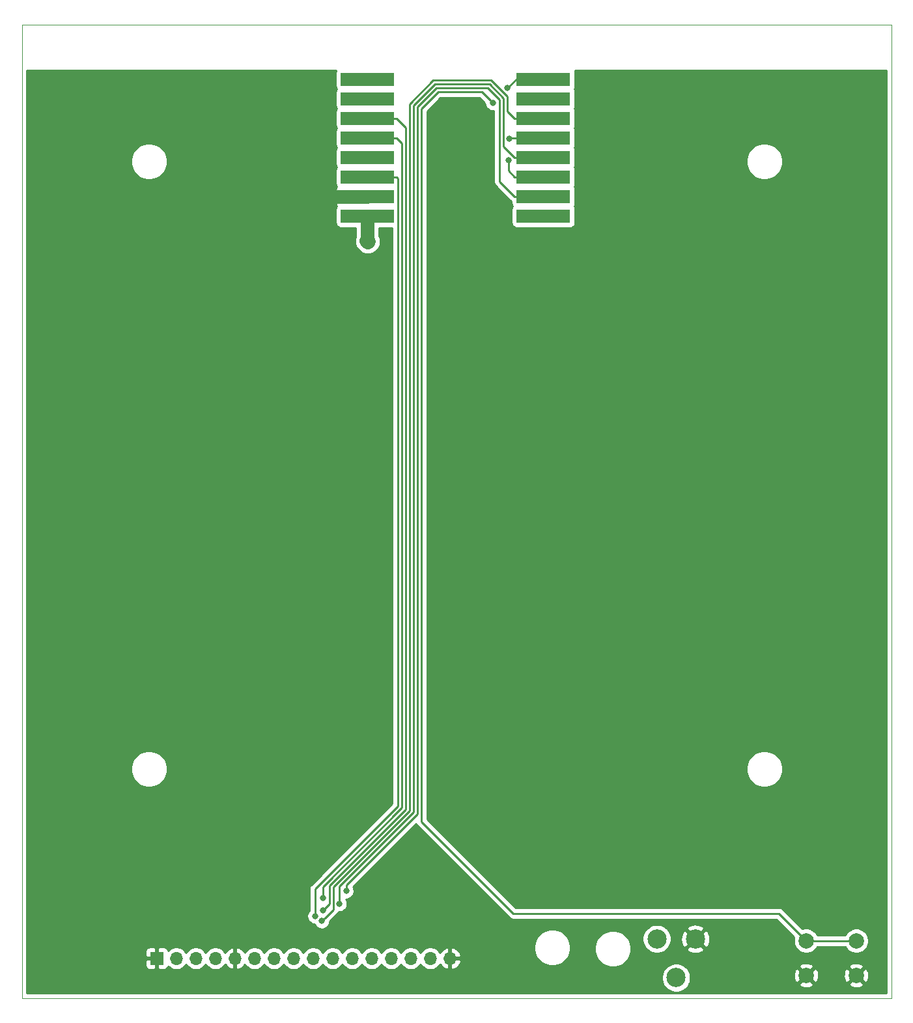
<source format=gbr>
G04 #@! TF.GenerationSoftware,KiCad,Pcbnew,(5.1.5)-3*
G04 #@! TF.CreationDate,2020-03-22T16:58:52-07:00*
G04 #@! TF.ProjectId,ESP-BuildStatus-Light-Board,4553502d-4275-4696-9c64-537461747573,rev?*
G04 #@! TF.SameCoordinates,Original*
G04 #@! TF.FileFunction,Copper,L2,Bot*
G04 #@! TF.FilePolarity,Positive*
%FSLAX46Y46*%
G04 Gerber Fmt 4.6, Leading zero omitted, Abs format (unit mm)*
G04 Created by KiCad (PCBNEW (5.1.5)-3) date 2020-03-22 16:58:52*
%MOMM*%
%LPD*%
G04 APERTURE LIST*
%ADD10C,0.050000*%
%ADD11R,7.000000X1.800000*%
%ADD12O,1.700000X1.700000*%
%ADD13R,1.700000X1.700000*%
%ADD14C,2.500000*%
%ADD15C,2.000000*%
%ADD16C,1.778000*%
%ADD17C,0.800000*%
%ADD18C,1.778000*%
%ADD19C,2.000000*%
%ADD20C,0.250000*%
%ADD21C,0.254000*%
G04 APERTURE END LIST*
D10*
X130429000Y-144907000D02*
X130429000Y-18288000D01*
X243459000Y-144907000D02*
X130429000Y-144907000D01*
X243459000Y-18288000D02*
X243459000Y-144907000D01*
X130429000Y-18288000D02*
X243459000Y-18288000D01*
D11*
X198220000Y-25381000D03*
X198220000Y-27921000D03*
X198220000Y-30461000D03*
X198220000Y-33001000D03*
X198220000Y-35541000D03*
X198220000Y-38081000D03*
X198220000Y-40621000D03*
X198220000Y-43161000D03*
X175360000Y-43161000D03*
X175360000Y-40621000D03*
X175360000Y-38081000D03*
X175360000Y-35541000D03*
X175360000Y-33001000D03*
X175360000Y-30461000D03*
X175360000Y-27921000D03*
X175360000Y-25381000D03*
D12*
X186055000Y-139700000D03*
X183515000Y-139700000D03*
X180975000Y-139700000D03*
X178435000Y-139700000D03*
X175895000Y-139700000D03*
X173355000Y-139700000D03*
X170815000Y-139700000D03*
X168275000Y-139700000D03*
X165735000Y-139700000D03*
X163195000Y-139700000D03*
X160655000Y-139700000D03*
X158115000Y-139700000D03*
X155575000Y-139700000D03*
X153035000Y-139700000D03*
X150495000Y-139700000D03*
D13*
X147955000Y-139700000D03*
D14*
X212979000Y-137160000D03*
X217979000Y-137160000D03*
X215479000Y-142200000D03*
D15*
X238887000Y-141914000D03*
X238887000Y-137414000D03*
X232387000Y-141914000D03*
X232387000Y-137414000D03*
D16*
X186309000Y-50038000D03*
X175387000Y-50038000D03*
D17*
X154430000Y-27305000D03*
X170430000Y-27305000D03*
X218430000Y-27305000D03*
X234430000Y-27305000D03*
X154430000Y-43305000D03*
X170430000Y-43305000D03*
X186430000Y-43305000D03*
X202692000Y-43305000D03*
X218430000Y-43305000D03*
X234430000Y-43305000D03*
X154430000Y-59305000D03*
X170430000Y-59305000D03*
X186430000Y-59305000D03*
X202430000Y-59305000D03*
X218430000Y-59305000D03*
X234430000Y-59305000D03*
X154430000Y-75305000D03*
X186430000Y-75305000D03*
X218430000Y-75305000D03*
X234430000Y-75305000D03*
X154430000Y-91305000D03*
X170430000Y-91305000D03*
X186430000Y-91305000D03*
X202430000Y-91305000D03*
X218430000Y-91305000D03*
X234430000Y-91305000D03*
X154430000Y-107305000D03*
X170430000Y-107305000D03*
X186430000Y-107305000D03*
X202430000Y-107305000D03*
X218430000Y-107305000D03*
X234430000Y-107305000D03*
X154430000Y-123305000D03*
X170561000Y-123305000D03*
X186430000Y-123305000D03*
X202430000Y-123305000D03*
X218430000Y-123305000D03*
X234430000Y-123305000D03*
X134620000Y-27305000D03*
X134747000Y-43307000D03*
X134620000Y-59309000D03*
X134620000Y-75311000D03*
X134620000Y-91313000D03*
X134620000Y-107442000D03*
X134747000Y-123317000D03*
X165100000Y-128270000D03*
X165100000Y-129540000D03*
X157480004Y-133731000D03*
X166243000Y-75311000D03*
X202311000Y-75350000D03*
X202946006Y-27305000D03*
X186690000Y-28702000D03*
X168401998Y-135763000D03*
D16*
X175387000Y-46482000D03*
D17*
X193548000Y-26543000D03*
X191643000Y-28448010D03*
X193815021Y-33121247D03*
X169545012Y-133477000D03*
X169545000Y-131808994D03*
X168529000Y-134204988D03*
X172593000Y-130937000D03*
X171703999Y-132588000D03*
X169416271Y-134835990D03*
X193675000Y-35941000D03*
D18*
X175360000Y-40621000D02*
X169183000Y-40621000D01*
D19*
X175360000Y-46455000D02*
X175387000Y-46482000D01*
D18*
X175360000Y-43161000D02*
X175360000Y-46455000D01*
D20*
X194710000Y-25381000D02*
X198220000Y-25381000D01*
X193548000Y-26543000D02*
X194710000Y-25381000D01*
X194310000Y-133858000D02*
X228831000Y-133858000D01*
X190245990Y-27051000D02*
X184531000Y-27051000D01*
X228831000Y-133858000D02*
X232387000Y-137414000D01*
X182372000Y-121920000D02*
X194310000Y-133858000D01*
X191643000Y-28448010D02*
X190245990Y-27051000D01*
X184531000Y-27051000D02*
X182372000Y-29210000D01*
X182372000Y-29210000D02*
X182372000Y-121920000D01*
X232387000Y-137414000D02*
X238887000Y-137414000D01*
X198220000Y-33001000D02*
X193935268Y-33001000D01*
X193935268Y-33001000D02*
X193815021Y-33121247D01*
X180340000Y-54081336D02*
X180340000Y-54102000D01*
X180340000Y-31691000D02*
X180340000Y-54081336D01*
X179110000Y-30461000D02*
X180340000Y-31691000D01*
X175360000Y-30461000D02*
X179110000Y-30461000D01*
X180340000Y-120289666D02*
X170420987Y-130208679D01*
X170420987Y-130208679D02*
X170420987Y-132601025D01*
X170420987Y-132601025D02*
X169945011Y-133077001D01*
X169945011Y-133077001D02*
X169545012Y-133477000D01*
X180340000Y-54081336D02*
X180340000Y-120289666D01*
X179832000Y-33723000D02*
X179832000Y-120084888D01*
X169545000Y-130371888D02*
X169545000Y-131243309D01*
X179832000Y-120084888D02*
X169545000Y-130371888D01*
X179110000Y-33001000D02*
X179832000Y-33723000D01*
X175360000Y-33001000D02*
X179110000Y-33001000D01*
X169545000Y-131243309D02*
X169545000Y-131808994D01*
X175360000Y-38081000D02*
X179110000Y-38081000D01*
X179110000Y-38081000D02*
X179327989Y-38298989D01*
X168529000Y-133639303D02*
X168529000Y-134204988D01*
X168529000Y-130675110D02*
X168529000Y-133639303D01*
X179327989Y-119876121D02*
X168529000Y-130675110D01*
X179327989Y-38298989D02*
X179327989Y-119876121D01*
X181864000Y-120904000D02*
X172593000Y-130175000D01*
X181864000Y-29005222D02*
X181864000Y-120904000D01*
X184326222Y-26543000D02*
X181864000Y-29005222D01*
X194470000Y-40621000D02*
X192532000Y-38683000D01*
X172593000Y-130537001D02*
X172593000Y-130937000D01*
X192532000Y-38683000D02*
X192532000Y-28067000D01*
X198220000Y-40621000D02*
X194470000Y-40621000D01*
X192532000Y-28067000D02*
X191008000Y-26543000D01*
X172593000Y-130175000D02*
X172593000Y-130537001D01*
X191008000Y-26543000D02*
X184326222Y-26543000D01*
X198220000Y-35541000D02*
X197858000Y-35179000D01*
X194470000Y-35541000D02*
X193036011Y-34107011D01*
X171703999Y-132022315D02*
X171703999Y-132588000D01*
X171703999Y-130351223D02*
X171703999Y-132022315D01*
X181356000Y-120699222D02*
X171703999Y-130351223D01*
X181356000Y-28800443D02*
X181356000Y-120699222D01*
X184117454Y-26038989D02*
X181356000Y-28800443D01*
X193036011Y-34107011D02*
X193036011Y-27858232D01*
X198220000Y-35541000D02*
X194470000Y-35541000D01*
X193036011Y-27858232D02*
X191216768Y-26038989D01*
X191216768Y-26038989D02*
X184117454Y-26038989D01*
X170924998Y-133327263D02*
X169816270Y-134435991D01*
X169816270Y-134435991D02*
X169416271Y-134835990D01*
X191425536Y-25534978D02*
X183908685Y-25534978D01*
X193540022Y-27649464D02*
X191425536Y-25534978D01*
X194470000Y-30461000D02*
X193540022Y-29531022D01*
X183908685Y-25534978D02*
X180847999Y-28595664D01*
X180847999Y-120494445D02*
X170924998Y-130417446D01*
X170924998Y-130417446D02*
X170924998Y-133327263D01*
X193540022Y-29531022D02*
X193540022Y-27649464D01*
X180847999Y-28595664D02*
X180847999Y-120494445D01*
X198220000Y-30461000D02*
X194470000Y-30461000D01*
X198220000Y-38081000D02*
X194470000Y-38081000D01*
X193675000Y-37286000D02*
X193675000Y-35941000D01*
X194470000Y-38081000D02*
X193675000Y-37286000D01*
D21*
G36*
X171234188Y-24356518D02*
G01*
X171221928Y-24481000D01*
X171221928Y-26281000D01*
X171234188Y-26405482D01*
X171270498Y-26525180D01*
X171329463Y-26635494D01*
X171342188Y-26651000D01*
X171329463Y-26666506D01*
X171270498Y-26776820D01*
X171234188Y-26896518D01*
X171221928Y-27021000D01*
X171221928Y-28821000D01*
X171234188Y-28945482D01*
X171270498Y-29065180D01*
X171329463Y-29175494D01*
X171342188Y-29191000D01*
X171329463Y-29206506D01*
X171270498Y-29316820D01*
X171234188Y-29436518D01*
X171221928Y-29561000D01*
X171221928Y-31361000D01*
X171234188Y-31485482D01*
X171270498Y-31605180D01*
X171329463Y-31715494D01*
X171342188Y-31731000D01*
X171329463Y-31746506D01*
X171270498Y-31856820D01*
X171234188Y-31976518D01*
X171221928Y-32101000D01*
X171221928Y-33901000D01*
X171234188Y-34025482D01*
X171270498Y-34145180D01*
X171329463Y-34255494D01*
X171342188Y-34271000D01*
X171329463Y-34286506D01*
X171270498Y-34396820D01*
X171234188Y-34516518D01*
X171221928Y-34641000D01*
X171221928Y-36441000D01*
X171234188Y-36565482D01*
X171270498Y-36685180D01*
X171329463Y-36795494D01*
X171342188Y-36811000D01*
X171329463Y-36826506D01*
X171270498Y-36936820D01*
X171234188Y-37056518D01*
X171221928Y-37181000D01*
X171221928Y-38981000D01*
X171234188Y-39105482D01*
X171270498Y-39225180D01*
X171329463Y-39335494D01*
X171342188Y-39351000D01*
X171329463Y-39366506D01*
X171270498Y-39476820D01*
X171234188Y-39596518D01*
X171221928Y-39721000D01*
X171225000Y-40335250D01*
X171383750Y-40494000D01*
X175233000Y-40494000D01*
X175233000Y-40474000D01*
X175487000Y-40474000D01*
X175487000Y-40494000D01*
X175507000Y-40494000D01*
X175507000Y-40748000D01*
X175487000Y-40748000D01*
X175487000Y-40768000D01*
X175233000Y-40768000D01*
X175233000Y-40748000D01*
X171383750Y-40748000D01*
X171225000Y-40906750D01*
X171221928Y-41521000D01*
X171234188Y-41645482D01*
X171270498Y-41765180D01*
X171329463Y-41875494D01*
X171342188Y-41891000D01*
X171329463Y-41906506D01*
X171270498Y-42016820D01*
X171234188Y-42136518D01*
X171221928Y-42261000D01*
X171221928Y-44061000D01*
X171234188Y-44185482D01*
X171270498Y-44305180D01*
X171329463Y-44415494D01*
X171408815Y-44512185D01*
X171505506Y-44591537D01*
X171615820Y-44650502D01*
X171735518Y-44686812D01*
X171860000Y-44699072D01*
X173836000Y-44699072D01*
X173836001Y-45846551D01*
X173748658Y-46134484D01*
X173717089Y-46455000D01*
X173748658Y-46775516D01*
X173842148Y-47083714D01*
X173993970Y-47367752D01*
X174147085Y-47554323D01*
X174287677Y-47694915D01*
X174474248Y-47848030D01*
X174758286Y-47999852D01*
X175066484Y-48093343D01*
X175387000Y-48124911D01*
X175707516Y-48093343D01*
X176015714Y-47999852D01*
X176299752Y-47848030D01*
X176548713Y-47643713D01*
X176753030Y-47394752D01*
X176904852Y-47110714D01*
X176998343Y-46802516D01*
X177029911Y-46482000D01*
X176998343Y-46161484D01*
X176904852Y-45853286D01*
X176884000Y-45814275D01*
X176884000Y-44699072D01*
X178567989Y-44699072D01*
X178567990Y-119561318D01*
X168018003Y-130111306D01*
X167988999Y-130135109D01*
X167959260Y-130171347D01*
X167894026Y-130250834D01*
X167840367Y-130351223D01*
X167823454Y-130382864D01*
X167779997Y-130526125D01*
X167769000Y-130637778D01*
X167769000Y-130637788D01*
X167765324Y-130675110D01*
X167769000Y-130712433D01*
X167769001Y-133501276D01*
X167725063Y-133545214D01*
X167611795Y-133714732D01*
X167533774Y-133903090D01*
X167494000Y-134103049D01*
X167494000Y-134306927D01*
X167533774Y-134506886D01*
X167611795Y-134695244D01*
X167725063Y-134864762D01*
X167869226Y-135008925D01*
X168038744Y-135122193D01*
X168227102Y-135200214D01*
X168427061Y-135239988D01*
X168463337Y-135239988D01*
X168499066Y-135326246D01*
X168612334Y-135495764D01*
X168756497Y-135639927D01*
X168926015Y-135753195D01*
X169114373Y-135831216D01*
X169314332Y-135870990D01*
X169518210Y-135870990D01*
X169718169Y-135831216D01*
X169906527Y-135753195D01*
X170076045Y-135639927D01*
X170220208Y-135495764D01*
X170333476Y-135326246D01*
X170411497Y-135137888D01*
X170451271Y-134937929D01*
X170451271Y-134875791D01*
X171436001Y-133891062D01*
X171464999Y-133867264D01*
X171559972Y-133751539D01*
X171628679Y-133623000D01*
X171805938Y-133623000D01*
X172005897Y-133583226D01*
X172194255Y-133505205D01*
X172363773Y-133391937D01*
X172507936Y-133247774D01*
X172621204Y-133078256D01*
X172699225Y-132889898D01*
X172738999Y-132689939D01*
X172738999Y-132486061D01*
X172699225Y-132286102D01*
X172621204Y-132097744D01*
X172537185Y-131972000D01*
X172694939Y-131972000D01*
X172894898Y-131932226D01*
X173083256Y-131854205D01*
X173252774Y-131740937D01*
X173396937Y-131596774D01*
X173510205Y-131427256D01*
X173588226Y-131238898D01*
X173628000Y-131038939D01*
X173628000Y-130835061D01*
X173588226Y-130635102D01*
X173510205Y-130446744D01*
X173464484Y-130378317D01*
X181658099Y-122184703D01*
X181666454Y-122212246D01*
X181737026Y-122344276D01*
X181808201Y-122431002D01*
X181832000Y-122460001D01*
X181860998Y-122483799D01*
X193746200Y-134369002D01*
X193769999Y-134398001D01*
X193798997Y-134421799D01*
X193885724Y-134492974D01*
X194017753Y-134563546D01*
X194161014Y-134607003D01*
X194310000Y-134621677D01*
X194347333Y-134618000D01*
X228516199Y-134618000D01*
X230820823Y-136922625D01*
X230814832Y-136937088D01*
X230752000Y-137252967D01*
X230752000Y-137575033D01*
X230814832Y-137890912D01*
X230938082Y-138188463D01*
X231117013Y-138456252D01*
X231344748Y-138683987D01*
X231612537Y-138862918D01*
X231910088Y-138986168D01*
X232225967Y-139049000D01*
X232548033Y-139049000D01*
X232863912Y-138986168D01*
X233161463Y-138862918D01*
X233429252Y-138683987D01*
X233656987Y-138456252D01*
X233835918Y-138188463D01*
X233841909Y-138174000D01*
X237432091Y-138174000D01*
X237438082Y-138188463D01*
X237617013Y-138456252D01*
X237844748Y-138683987D01*
X238112537Y-138862918D01*
X238410088Y-138986168D01*
X238725967Y-139049000D01*
X239048033Y-139049000D01*
X239363912Y-138986168D01*
X239661463Y-138862918D01*
X239929252Y-138683987D01*
X240156987Y-138456252D01*
X240335918Y-138188463D01*
X240459168Y-137890912D01*
X240522000Y-137575033D01*
X240522000Y-137252967D01*
X240459168Y-136937088D01*
X240335918Y-136639537D01*
X240156987Y-136371748D01*
X239929252Y-136144013D01*
X239661463Y-135965082D01*
X239363912Y-135841832D01*
X239048033Y-135779000D01*
X238725967Y-135779000D01*
X238410088Y-135841832D01*
X238112537Y-135965082D01*
X237844748Y-136144013D01*
X237617013Y-136371748D01*
X237438082Y-136639537D01*
X237432091Y-136654000D01*
X233841909Y-136654000D01*
X233835918Y-136639537D01*
X233656987Y-136371748D01*
X233429252Y-136144013D01*
X233161463Y-135965082D01*
X232863912Y-135841832D01*
X232548033Y-135779000D01*
X232225967Y-135779000D01*
X231910088Y-135841832D01*
X231895625Y-135847823D01*
X229394804Y-133347003D01*
X229371001Y-133317999D01*
X229255276Y-133223026D01*
X229123247Y-133152454D01*
X228979986Y-133108997D01*
X228868333Y-133098000D01*
X228868322Y-133098000D01*
X228831000Y-133094324D01*
X228793678Y-133098000D01*
X194624802Y-133098000D01*
X183132000Y-121605199D01*
X183132000Y-114827098D01*
X224564000Y-114827098D01*
X224564000Y-115296902D01*
X224655654Y-115757679D01*
X224835440Y-116191721D01*
X225096450Y-116582349D01*
X225428651Y-116914550D01*
X225819279Y-117175560D01*
X226253321Y-117355346D01*
X226714098Y-117447000D01*
X227183902Y-117447000D01*
X227644679Y-117355346D01*
X228078721Y-117175560D01*
X228469349Y-116914550D01*
X228801550Y-116582349D01*
X229062560Y-116191721D01*
X229242346Y-115757679D01*
X229334000Y-115296902D01*
X229334000Y-114827098D01*
X229242346Y-114366321D01*
X229062560Y-113932279D01*
X228801550Y-113541651D01*
X228469349Y-113209450D01*
X228078721Y-112948440D01*
X227644679Y-112768654D01*
X227183902Y-112677000D01*
X226714098Y-112677000D01*
X226253321Y-112768654D01*
X225819279Y-112948440D01*
X225428651Y-113209450D01*
X225096450Y-113541651D01*
X224835440Y-113932279D01*
X224655654Y-114366321D01*
X224564000Y-114827098D01*
X183132000Y-114827098D01*
X183132000Y-29524801D01*
X184845802Y-27811000D01*
X189931189Y-27811000D01*
X190608000Y-28487812D01*
X190608000Y-28549949D01*
X190647774Y-28749908D01*
X190725795Y-28938266D01*
X190839063Y-29107784D01*
X190983226Y-29251947D01*
X191152744Y-29365215D01*
X191341102Y-29443236D01*
X191541061Y-29483010D01*
X191744939Y-29483010D01*
X191772001Y-29477627D01*
X191772000Y-38645678D01*
X191768324Y-38683000D01*
X191772000Y-38720322D01*
X191772000Y-38720332D01*
X191782997Y-38831985D01*
X191813931Y-38933963D01*
X191826454Y-38975246D01*
X191897026Y-39107276D01*
X191916905Y-39131498D01*
X191991999Y-39223001D01*
X192021003Y-39246804D01*
X193906201Y-41132003D01*
X193929999Y-41161001D01*
X193958997Y-41184799D01*
X194045723Y-41255974D01*
X194081928Y-41275326D01*
X194081928Y-41521000D01*
X194094188Y-41645482D01*
X194130498Y-41765180D01*
X194189463Y-41875494D01*
X194202188Y-41891000D01*
X194189463Y-41906506D01*
X194130498Y-42016820D01*
X194094188Y-42136518D01*
X194081928Y-42261000D01*
X194081928Y-44061000D01*
X194094188Y-44185482D01*
X194130498Y-44305180D01*
X194189463Y-44415494D01*
X194268815Y-44512185D01*
X194365506Y-44591537D01*
X194475820Y-44650502D01*
X194595518Y-44686812D01*
X194720000Y-44699072D01*
X201720000Y-44699072D01*
X201844482Y-44686812D01*
X201964180Y-44650502D01*
X202074494Y-44591537D01*
X202171185Y-44512185D01*
X202250537Y-44415494D01*
X202309502Y-44305180D01*
X202345812Y-44185482D01*
X202358072Y-44061000D01*
X202358072Y-42261000D01*
X202345812Y-42136518D01*
X202309502Y-42016820D01*
X202250537Y-41906506D01*
X202237812Y-41891000D01*
X202250537Y-41875494D01*
X202309502Y-41765180D01*
X202345812Y-41645482D01*
X202358072Y-41521000D01*
X202358072Y-39721000D01*
X202345812Y-39596518D01*
X202309502Y-39476820D01*
X202250537Y-39366506D01*
X202237812Y-39351000D01*
X202250537Y-39335494D01*
X202309502Y-39225180D01*
X202345812Y-39105482D01*
X202358072Y-38981000D01*
X202358072Y-37181000D01*
X202345812Y-37056518D01*
X202309502Y-36936820D01*
X202250537Y-36826506D01*
X202237812Y-36811000D01*
X202250537Y-36795494D01*
X202309502Y-36685180D01*
X202345812Y-36565482D01*
X202358072Y-36441000D01*
X202358072Y-35833098D01*
X224564000Y-35833098D01*
X224564000Y-36302902D01*
X224655654Y-36763679D01*
X224835440Y-37197721D01*
X225096450Y-37588349D01*
X225428651Y-37920550D01*
X225819279Y-38181560D01*
X226253321Y-38361346D01*
X226714098Y-38453000D01*
X227183902Y-38453000D01*
X227644679Y-38361346D01*
X228078721Y-38181560D01*
X228469349Y-37920550D01*
X228801550Y-37588349D01*
X229062560Y-37197721D01*
X229242346Y-36763679D01*
X229334000Y-36302902D01*
X229334000Y-35833098D01*
X229242346Y-35372321D01*
X229062560Y-34938279D01*
X228801550Y-34547651D01*
X228469349Y-34215450D01*
X228078721Y-33954440D01*
X227644679Y-33774654D01*
X227183902Y-33683000D01*
X226714098Y-33683000D01*
X226253321Y-33774654D01*
X225819279Y-33954440D01*
X225428651Y-34215450D01*
X225096450Y-34547651D01*
X224835440Y-34938279D01*
X224655654Y-35372321D01*
X224564000Y-35833098D01*
X202358072Y-35833098D01*
X202358072Y-34641000D01*
X202345812Y-34516518D01*
X202309502Y-34396820D01*
X202250537Y-34286506D01*
X202237812Y-34271000D01*
X202250537Y-34255494D01*
X202309502Y-34145180D01*
X202345812Y-34025482D01*
X202358072Y-33901000D01*
X202358072Y-32101000D01*
X202345812Y-31976518D01*
X202309502Y-31856820D01*
X202250537Y-31746506D01*
X202237812Y-31731000D01*
X202250537Y-31715494D01*
X202309502Y-31605180D01*
X202345812Y-31485482D01*
X202358072Y-31361000D01*
X202358072Y-29561000D01*
X202345812Y-29436518D01*
X202309502Y-29316820D01*
X202250537Y-29206506D01*
X202237812Y-29191000D01*
X202250537Y-29175494D01*
X202309502Y-29065180D01*
X202345812Y-28945482D01*
X202358072Y-28821000D01*
X202358072Y-27021000D01*
X202345812Y-26896518D01*
X202309502Y-26776820D01*
X202250537Y-26666506D01*
X202237812Y-26651000D01*
X202250537Y-26635494D01*
X202309502Y-26525180D01*
X202345812Y-26405482D01*
X202358072Y-26281000D01*
X202358072Y-24481000D01*
X202345812Y-24356518D01*
X202315624Y-24257000D01*
X242799000Y-24257000D01*
X242799001Y-144247000D01*
X131089000Y-144247000D01*
X131089000Y-142014344D01*
X213594000Y-142014344D01*
X213594000Y-142385656D01*
X213666439Y-142749834D01*
X213808534Y-143092882D01*
X214014825Y-143401618D01*
X214277382Y-143664175D01*
X214586118Y-143870466D01*
X214929166Y-144012561D01*
X215293344Y-144085000D01*
X215664656Y-144085000D01*
X216028834Y-144012561D01*
X216371882Y-143870466D01*
X216680618Y-143664175D01*
X216943175Y-143401618D01*
X217149466Y-143092882D01*
X217167471Y-143049413D01*
X231431192Y-143049413D01*
X231526956Y-143313814D01*
X231816571Y-143454704D01*
X232128108Y-143536384D01*
X232449595Y-143555718D01*
X232768675Y-143511961D01*
X233073088Y-143406795D01*
X233247044Y-143313814D01*
X233342808Y-143049413D01*
X237931192Y-143049413D01*
X238026956Y-143313814D01*
X238316571Y-143454704D01*
X238628108Y-143536384D01*
X238949595Y-143555718D01*
X239268675Y-143511961D01*
X239573088Y-143406795D01*
X239747044Y-143313814D01*
X239842808Y-143049413D01*
X238887000Y-142093605D01*
X237931192Y-143049413D01*
X233342808Y-143049413D01*
X232387000Y-142093605D01*
X231431192Y-143049413D01*
X217167471Y-143049413D01*
X217291561Y-142749834D01*
X217364000Y-142385656D01*
X217364000Y-142014344D01*
X217356492Y-141976595D01*
X230745282Y-141976595D01*
X230789039Y-142295675D01*
X230894205Y-142600088D01*
X230987186Y-142774044D01*
X231251587Y-142869808D01*
X232207395Y-141914000D01*
X232566605Y-141914000D01*
X233522413Y-142869808D01*
X233786814Y-142774044D01*
X233927704Y-142484429D01*
X234009384Y-142172892D01*
X234021189Y-141976595D01*
X237245282Y-141976595D01*
X237289039Y-142295675D01*
X237394205Y-142600088D01*
X237487186Y-142774044D01*
X237751587Y-142869808D01*
X238707395Y-141914000D01*
X239066605Y-141914000D01*
X240022413Y-142869808D01*
X240286814Y-142774044D01*
X240427704Y-142484429D01*
X240509384Y-142172892D01*
X240528718Y-141851405D01*
X240484961Y-141532325D01*
X240379795Y-141227912D01*
X240286814Y-141053956D01*
X240022413Y-140958192D01*
X239066605Y-141914000D01*
X238707395Y-141914000D01*
X237751587Y-140958192D01*
X237487186Y-141053956D01*
X237346296Y-141343571D01*
X237264616Y-141655108D01*
X237245282Y-141976595D01*
X234021189Y-141976595D01*
X234028718Y-141851405D01*
X233984961Y-141532325D01*
X233879795Y-141227912D01*
X233786814Y-141053956D01*
X233522413Y-140958192D01*
X232566605Y-141914000D01*
X232207395Y-141914000D01*
X231251587Y-140958192D01*
X230987186Y-141053956D01*
X230846296Y-141343571D01*
X230764616Y-141655108D01*
X230745282Y-141976595D01*
X217356492Y-141976595D01*
X217291561Y-141650166D01*
X217149466Y-141307118D01*
X216943175Y-140998382D01*
X216723380Y-140778587D01*
X231431192Y-140778587D01*
X232387000Y-141734395D01*
X233342808Y-140778587D01*
X237931192Y-140778587D01*
X238887000Y-141734395D01*
X239842808Y-140778587D01*
X239747044Y-140514186D01*
X239457429Y-140373296D01*
X239145892Y-140291616D01*
X238824405Y-140272282D01*
X238505325Y-140316039D01*
X238200912Y-140421205D01*
X238026956Y-140514186D01*
X237931192Y-140778587D01*
X233342808Y-140778587D01*
X233247044Y-140514186D01*
X232957429Y-140373296D01*
X232645892Y-140291616D01*
X232324405Y-140272282D01*
X232005325Y-140316039D01*
X231700912Y-140421205D01*
X231526956Y-140514186D01*
X231431192Y-140778587D01*
X216723380Y-140778587D01*
X216680618Y-140735825D01*
X216371882Y-140529534D01*
X216028834Y-140387439D01*
X215664656Y-140315000D01*
X215293344Y-140315000D01*
X214929166Y-140387439D01*
X214586118Y-140529534D01*
X214277382Y-140735825D01*
X214014825Y-140998382D01*
X213808534Y-141307118D01*
X213666439Y-141650166D01*
X213594000Y-142014344D01*
X131089000Y-142014344D01*
X131089000Y-140550000D01*
X146466928Y-140550000D01*
X146479188Y-140674482D01*
X146515498Y-140794180D01*
X146574463Y-140904494D01*
X146653815Y-141001185D01*
X146750506Y-141080537D01*
X146860820Y-141139502D01*
X146980518Y-141175812D01*
X147105000Y-141188072D01*
X147669250Y-141185000D01*
X147828000Y-141026250D01*
X147828000Y-139827000D01*
X146628750Y-139827000D01*
X146470000Y-139985750D01*
X146466928Y-140550000D01*
X131089000Y-140550000D01*
X131089000Y-138850000D01*
X146466928Y-138850000D01*
X146470000Y-139414250D01*
X146628750Y-139573000D01*
X147828000Y-139573000D01*
X147828000Y-138373750D01*
X148082000Y-138373750D01*
X148082000Y-139573000D01*
X148102000Y-139573000D01*
X148102000Y-139827000D01*
X148082000Y-139827000D01*
X148082000Y-141026250D01*
X148240750Y-141185000D01*
X148805000Y-141188072D01*
X148929482Y-141175812D01*
X149049180Y-141139502D01*
X149159494Y-141080537D01*
X149256185Y-141001185D01*
X149335537Y-140904494D01*
X149394502Y-140794180D01*
X149416513Y-140721620D01*
X149548368Y-140853475D01*
X149791589Y-141015990D01*
X150061842Y-141127932D01*
X150348740Y-141185000D01*
X150641260Y-141185000D01*
X150928158Y-141127932D01*
X151198411Y-141015990D01*
X151441632Y-140853475D01*
X151648475Y-140646632D01*
X151765000Y-140472240D01*
X151881525Y-140646632D01*
X152088368Y-140853475D01*
X152331589Y-141015990D01*
X152601842Y-141127932D01*
X152888740Y-141185000D01*
X153181260Y-141185000D01*
X153468158Y-141127932D01*
X153738411Y-141015990D01*
X153981632Y-140853475D01*
X154188475Y-140646632D01*
X154305000Y-140472240D01*
X154421525Y-140646632D01*
X154628368Y-140853475D01*
X154871589Y-141015990D01*
X155141842Y-141127932D01*
X155428740Y-141185000D01*
X155721260Y-141185000D01*
X156008158Y-141127932D01*
X156278411Y-141015990D01*
X156521632Y-140853475D01*
X156728475Y-140646632D01*
X156850195Y-140464466D01*
X156919822Y-140581355D01*
X157114731Y-140797588D01*
X157348080Y-140971641D01*
X157610901Y-141096825D01*
X157758110Y-141141476D01*
X157988000Y-141020155D01*
X157988000Y-139827000D01*
X157968000Y-139827000D01*
X157968000Y-139573000D01*
X157988000Y-139573000D01*
X157988000Y-138379845D01*
X158242000Y-138379845D01*
X158242000Y-139573000D01*
X158262000Y-139573000D01*
X158262000Y-139827000D01*
X158242000Y-139827000D01*
X158242000Y-141020155D01*
X158471890Y-141141476D01*
X158619099Y-141096825D01*
X158881920Y-140971641D01*
X159115269Y-140797588D01*
X159310178Y-140581355D01*
X159379805Y-140464466D01*
X159501525Y-140646632D01*
X159708368Y-140853475D01*
X159951589Y-141015990D01*
X160221842Y-141127932D01*
X160508740Y-141185000D01*
X160801260Y-141185000D01*
X161088158Y-141127932D01*
X161358411Y-141015990D01*
X161601632Y-140853475D01*
X161808475Y-140646632D01*
X161925000Y-140472240D01*
X162041525Y-140646632D01*
X162248368Y-140853475D01*
X162491589Y-141015990D01*
X162761842Y-141127932D01*
X163048740Y-141185000D01*
X163341260Y-141185000D01*
X163628158Y-141127932D01*
X163898411Y-141015990D01*
X164141632Y-140853475D01*
X164348475Y-140646632D01*
X164465000Y-140472240D01*
X164581525Y-140646632D01*
X164788368Y-140853475D01*
X165031589Y-141015990D01*
X165301842Y-141127932D01*
X165588740Y-141185000D01*
X165881260Y-141185000D01*
X166168158Y-141127932D01*
X166438411Y-141015990D01*
X166681632Y-140853475D01*
X166888475Y-140646632D01*
X167005000Y-140472240D01*
X167121525Y-140646632D01*
X167328368Y-140853475D01*
X167571589Y-141015990D01*
X167841842Y-141127932D01*
X168128740Y-141185000D01*
X168421260Y-141185000D01*
X168708158Y-141127932D01*
X168978411Y-141015990D01*
X169221632Y-140853475D01*
X169428475Y-140646632D01*
X169545000Y-140472240D01*
X169661525Y-140646632D01*
X169868368Y-140853475D01*
X170111589Y-141015990D01*
X170381842Y-141127932D01*
X170668740Y-141185000D01*
X170961260Y-141185000D01*
X171248158Y-141127932D01*
X171518411Y-141015990D01*
X171761632Y-140853475D01*
X171968475Y-140646632D01*
X172085000Y-140472240D01*
X172201525Y-140646632D01*
X172408368Y-140853475D01*
X172651589Y-141015990D01*
X172921842Y-141127932D01*
X173208740Y-141185000D01*
X173501260Y-141185000D01*
X173788158Y-141127932D01*
X174058411Y-141015990D01*
X174301632Y-140853475D01*
X174508475Y-140646632D01*
X174625000Y-140472240D01*
X174741525Y-140646632D01*
X174948368Y-140853475D01*
X175191589Y-141015990D01*
X175461842Y-141127932D01*
X175748740Y-141185000D01*
X176041260Y-141185000D01*
X176328158Y-141127932D01*
X176598411Y-141015990D01*
X176841632Y-140853475D01*
X177048475Y-140646632D01*
X177165000Y-140472240D01*
X177281525Y-140646632D01*
X177488368Y-140853475D01*
X177731589Y-141015990D01*
X178001842Y-141127932D01*
X178288740Y-141185000D01*
X178581260Y-141185000D01*
X178868158Y-141127932D01*
X179138411Y-141015990D01*
X179381632Y-140853475D01*
X179588475Y-140646632D01*
X179705000Y-140472240D01*
X179821525Y-140646632D01*
X180028368Y-140853475D01*
X180271589Y-141015990D01*
X180541842Y-141127932D01*
X180828740Y-141185000D01*
X181121260Y-141185000D01*
X181408158Y-141127932D01*
X181678411Y-141015990D01*
X181921632Y-140853475D01*
X182128475Y-140646632D01*
X182245000Y-140472240D01*
X182361525Y-140646632D01*
X182568368Y-140853475D01*
X182811589Y-141015990D01*
X183081842Y-141127932D01*
X183368740Y-141185000D01*
X183661260Y-141185000D01*
X183948158Y-141127932D01*
X184218411Y-141015990D01*
X184461632Y-140853475D01*
X184668475Y-140646632D01*
X184790195Y-140464466D01*
X184859822Y-140581355D01*
X185054731Y-140797588D01*
X185288080Y-140971641D01*
X185550901Y-141096825D01*
X185698110Y-141141476D01*
X185928000Y-141020155D01*
X185928000Y-139827000D01*
X186182000Y-139827000D01*
X186182000Y-141020155D01*
X186411890Y-141141476D01*
X186559099Y-141096825D01*
X186821920Y-140971641D01*
X187055269Y-140797588D01*
X187250178Y-140581355D01*
X187399157Y-140331252D01*
X187496481Y-140056891D01*
X187375814Y-139827000D01*
X186182000Y-139827000D01*
X185928000Y-139827000D01*
X185908000Y-139827000D01*
X185908000Y-139573000D01*
X185928000Y-139573000D01*
X185928000Y-138379845D01*
X186182000Y-138379845D01*
X186182000Y-139573000D01*
X187375814Y-139573000D01*
X187496481Y-139343109D01*
X187399157Y-139068748D01*
X187250178Y-138818645D01*
X187055269Y-138602412D01*
X186821920Y-138428359D01*
X186559099Y-138303175D01*
X186411890Y-138258524D01*
X186182000Y-138379845D01*
X185928000Y-138379845D01*
X185698110Y-138258524D01*
X185550901Y-138303175D01*
X185288080Y-138428359D01*
X185054731Y-138602412D01*
X184859822Y-138818645D01*
X184790195Y-138935534D01*
X184668475Y-138753368D01*
X184461632Y-138546525D01*
X184218411Y-138384010D01*
X183948158Y-138272068D01*
X183661260Y-138215000D01*
X183368740Y-138215000D01*
X183081842Y-138272068D01*
X182811589Y-138384010D01*
X182568368Y-138546525D01*
X182361525Y-138753368D01*
X182245000Y-138927760D01*
X182128475Y-138753368D01*
X181921632Y-138546525D01*
X181678411Y-138384010D01*
X181408158Y-138272068D01*
X181121260Y-138215000D01*
X180828740Y-138215000D01*
X180541842Y-138272068D01*
X180271589Y-138384010D01*
X180028368Y-138546525D01*
X179821525Y-138753368D01*
X179705000Y-138927760D01*
X179588475Y-138753368D01*
X179381632Y-138546525D01*
X179138411Y-138384010D01*
X178868158Y-138272068D01*
X178581260Y-138215000D01*
X178288740Y-138215000D01*
X178001842Y-138272068D01*
X177731589Y-138384010D01*
X177488368Y-138546525D01*
X177281525Y-138753368D01*
X177165000Y-138927760D01*
X177048475Y-138753368D01*
X176841632Y-138546525D01*
X176598411Y-138384010D01*
X176328158Y-138272068D01*
X176041260Y-138215000D01*
X175748740Y-138215000D01*
X175461842Y-138272068D01*
X175191589Y-138384010D01*
X174948368Y-138546525D01*
X174741525Y-138753368D01*
X174625000Y-138927760D01*
X174508475Y-138753368D01*
X174301632Y-138546525D01*
X174058411Y-138384010D01*
X173788158Y-138272068D01*
X173501260Y-138215000D01*
X173208740Y-138215000D01*
X172921842Y-138272068D01*
X172651589Y-138384010D01*
X172408368Y-138546525D01*
X172201525Y-138753368D01*
X172085000Y-138927760D01*
X171968475Y-138753368D01*
X171761632Y-138546525D01*
X171518411Y-138384010D01*
X171248158Y-138272068D01*
X170961260Y-138215000D01*
X170668740Y-138215000D01*
X170381842Y-138272068D01*
X170111589Y-138384010D01*
X169868368Y-138546525D01*
X169661525Y-138753368D01*
X169545000Y-138927760D01*
X169428475Y-138753368D01*
X169221632Y-138546525D01*
X168978411Y-138384010D01*
X168708158Y-138272068D01*
X168421260Y-138215000D01*
X168128740Y-138215000D01*
X167841842Y-138272068D01*
X167571589Y-138384010D01*
X167328368Y-138546525D01*
X167121525Y-138753368D01*
X167005000Y-138927760D01*
X166888475Y-138753368D01*
X166681632Y-138546525D01*
X166438411Y-138384010D01*
X166168158Y-138272068D01*
X165881260Y-138215000D01*
X165588740Y-138215000D01*
X165301842Y-138272068D01*
X165031589Y-138384010D01*
X164788368Y-138546525D01*
X164581525Y-138753368D01*
X164465000Y-138927760D01*
X164348475Y-138753368D01*
X164141632Y-138546525D01*
X163898411Y-138384010D01*
X163628158Y-138272068D01*
X163341260Y-138215000D01*
X163048740Y-138215000D01*
X162761842Y-138272068D01*
X162491589Y-138384010D01*
X162248368Y-138546525D01*
X162041525Y-138753368D01*
X161925000Y-138927760D01*
X161808475Y-138753368D01*
X161601632Y-138546525D01*
X161358411Y-138384010D01*
X161088158Y-138272068D01*
X160801260Y-138215000D01*
X160508740Y-138215000D01*
X160221842Y-138272068D01*
X159951589Y-138384010D01*
X159708368Y-138546525D01*
X159501525Y-138753368D01*
X159379805Y-138935534D01*
X159310178Y-138818645D01*
X159115269Y-138602412D01*
X158881920Y-138428359D01*
X158619099Y-138303175D01*
X158471890Y-138258524D01*
X158242000Y-138379845D01*
X157988000Y-138379845D01*
X157758110Y-138258524D01*
X157610901Y-138303175D01*
X157348080Y-138428359D01*
X157114731Y-138602412D01*
X156919822Y-138818645D01*
X156850195Y-138935534D01*
X156728475Y-138753368D01*
X156521632Y-138546525D01*
X156278411Y-138384010D01*
X156008158Y-138272068D01*
X155721260Y-138215000D01*
X155428740Y-138215000D01*
X155141842Y-138272068D01*
X154871589Y-138384010D01*
X154628368Y-138546525D01*
X154421525Y-138753368D01*
X154305000Y-138927760D01*
X154188475Y-138753368D01*
X153981632Y-138546525D01*
X153738411Y-138384010D01*
X153468158Y-138272068D01*
X153181260Y-138215000D01*
X152888740Y-138215000D01*
X152601842Y-138272068D01*
X152331589Y-138384010D01*
X152088368Y-138546525D01*
X151881525Y-138753368D01*
X151765000Y-138927760D01*
X151648475Y-138753368D01*
X151441632Y-138546525D01*
X151198411Y-138384010D01*
X150928158Y-138272068D01*
X150641260Y-138215000D01*
X150348740Y-138215000D01*
X150061842Y-138272068D01*
X149791589Y-138384010D01*
X149548368Y-138546525D01*
X149416513Y-138678380D01*
X149394502Y-138605820D01*
X149335537Y-138495506D01*
X149256185Y-138398815D01*
X149159494Y-138319463D01*
X149049180Y-138260498D01*
X148929482Y-138224188D01*
X148805000Y-138211928D01*
X148240750Y-138215000D01*
X148082000Y-138373750D01*
X147828000Y-138373750D01*
X147669250Y-138215000D01*
X147105000Y-138211928D01*
X146980518Y-138224188D01*
X146860820Y-138260498D01*
X146750506Y-138319463D01*
X146653815Y-138398815D01*
X146574463Y-138495506D01*
X146515498Y-138605820D01*
X146479188Y-138725518D01*
X146466928Y-138850000D01*
X131089000Y-138850000D01*
X131089000Y-138068098D01*
X197005000Y-138068098D01*
X197005000Y-138537902D01*
X197096654Y-138998679D01*
X197276440Y-139432721D01*
X197537450Y-139823349D01*
X197869651Y-140155550D01*
X198260279Y-140416560D01*
X198694321Y-140596346D01*
X199155098Y-140688000D01*
X199624902Y-140688000D01*
X200085679Y-140596346D01*
X200519721Y-140416560D01*
X200910349Y-140155550D01*
X201242550Y-139823349D01*
X201503560Y-139432721D01*
X201683346Y-138998679D01*
X201775000Y-138537902D01*
X201775000Y-138195098D01*
X204879000Y-138195098D01*
X204879000Y-138664902D01*
X204970654Y-139125679D01*
X205150440Y-139559721D01*
X205411450Y-139950349D01*
X205743651Y-140282550D01*
X206134279Y-140543560D01*
X206568321Y-140723346D01*
X207029098Y-140815000D01*
X207498902Y-140815000D01*
X207959679Y-140723346D01*
X208393721Y-140543560D01*
X208784349Y-140282550D01*
X209116550Y-139950349D01*
X209377560Y-139559721D01*
X209557346Y-139125679D01*
X209649000Y-138664902D01*
X209649000Y-138195098D01*
X209557346Y-137734321D01*
X209377560Y-137300279D01*
X209159777Y-136974344D01*
X211094000Y-136974344D01*
X211094000Y-137345656D01*
X211166439Y-137709834D01*
X211308534Y-138052882D01*
X211514825Y-138361618D01*
X211777382Y-138624175D01*
X212086118Y-138830466D01*
X212429166Y-138972561D01*
X212793344Y-139045000D01*
X213164656Y-139045000D01*
X213528834Y-138972561D01*
X213871882Y-138830466D01*
X214180618Y-138624175D01*
X214331188Y-138473605D01*
X216845000Y-138473605D01*
X216970914Y-138763577D01*
X217303126Y-138929433D01*
X217661312Y-139027290D01*
X218031706Y-139053389D01*
X218400075Y-139006725D01*
X218752262Y-138889094D01*
X218987086Y-138763577D01*
X219113000Y-138473605D01*
X217979000Y-137339605D01*
X216845000Y-138473605D01*
X214331188Y-138473605D01*
X214443175Y-138361618D01*
X214649466Y-138052882D01*
X214791561Y-137709834D01*
X214864000Y-137345656D01*
X214864000Y-137212706D01*
X216085611Y-137212706D01*
X216132275Y-137581075D01*
X216249906Y-137933262D01*
X216375423Y-138168086D01*
X216665395Y-138294000D01*
X217799395Y-137160000D01*
X218158605Y-137160000D01*
X219292605Y-138294000D01*
X219582577Y-138168086D01*
X219748433Y-137835874D01*
X219846290Y-137477688D01*
X219872389Y-137107294D01*
X219825725Y-136738925D01*
X219708094Y-136386738D01*
X219582577Y-136151914D01*
X219292605Y-136026000D01*
X218158605Y-137160000D01*
X217799395Y-137160000D01*
X216665395Y-136026000D01*
X216375423Y-136151914D01*
X216209567Y-136484126D01*
X216111710Y-136842312D01*
X216085611Y-137212706D01*
X214864000Y-137212706D01*
X214864000Y-136974344D01*
X214791561Y-136610166D01*
X214649466Y-136267118D01*
X214443175Y-135958382D01*
X214331188Y-135846395D01*
X216845000Y-135846395D01*
X217979000Y-136980395D01*
X219113000Y-135846395D01*
X218987086Y-135556423D01*
X218654874Y-135390567D01*
X218296688Y-135292710D01*
X217926294Y-135266611D01*
X217557925Y-135313275D01*
X217205738Y-135430906D01*
X216970914Y-135556423D01*
X216845000Y-135846395D01*
X214331188Y-135846395D01*
X214180618Y-135695825D01*
X213871882Y-135489534D01*
X213528834Y-135347439D01*
X213164656Y-135275000D01*
X212793344Y-135275000D01*
X212429166Y-135347439D01*
X212086118Y-135489534D01*
X211777382Y-135695825D01*
X211514825Y-135958382D01*
X211308534Y-136267118D01*
X211166439Y-136610166D01*
X211094000Y-136974344D01*
X209159777Y-136974344D01*
X209116550Y-136909651D01*
X208784349Y-136577450D01*
X208393721Y-136316440D01*
X207959679Y-136136654D01*
X207498902Y-136045000D01*
X207029098Y-136045000D01*
X206568321Y-136136654D01*
X206134279Y-136316440D01*
X205743651Y-136577450D01*
X205411450Y-136909651D01*
X205150440Y-137300279D01*
X204970654Y-137734321D01*
X204879000Y-138195098D01*
X201775000Y-138195098D01*
X201775000Y-138068098D01*
X201683346Y-137607321D01*
X201503560Y-137173279D01*
X201242550Y-136782651D01*
X200910349Y-136450450D01*
X200519721Y-136189440D01*
X200085679Y-136009654D01*
X199624902Y-135918000D01*
X199155098Y-135918000D01*
X198694321Y-136009654D01*
X198260279Y-136189440D01*
X197869651Y-136450450D01*
X197537450Y-136782651D01*
X197276440Y-137173279D01*
X197096654Y-137607321D01*
X197005000Y-138068098D01*
X131089000Y-138068098D01*
X131089000Y-114827098D01*
X144554000Y-114827098D01*
X144554000Y-115296902D01*
X144645654Y-115757679D01*
X144825440Y-116191721D01*
X145086450Y-116582349D01*
X145418651Y-116914550D01*
X145809279Y-117175560D01*
X146243321Y-117355346D01*
X146704098Y-117447000D01*
X147173902Y-117447000D01*
X147634679Y-117355346D01*
X148068721Y-117175560D01*
X148459349Y-116914550D01*
X148791550Y-116582349D01*
X149052560Y-116191721D01*
X149232346Y-115757679D01*
X149324000Y-115296902D01*
X149324000Y-114827098D01*
X149232346Y-114366321D01*
X149052560Y-113932279D01*
X148791550Y-113541651D01*
X148459349Y-113209450D01*
X148068721Y-112948440D01*
X147634679Y-112768654D01*
X147173902Y-112677000D01*
X146704098Y-112677000D01*
X146243321Y-112768654D01*
X145809279Y-112948440D01*
X145418651Y-113209450D01*
X145086450Y-113541651D01*
X144825440Y-113932279D01*
X144645654Y-114366321D01*
X144554000Y-114827098D01*
X131089000Y-114827098D01*
X131089000Y-35833098D01*
X144554000Y-35833098D01*
X144554000Y-36302902D01*
X144645654Y-36763679D01*
X144825440Y-37197721D01*
X145086450Y-37588349D01*
X145418651Y-37920550D01*
X145809279Y-38181560D01*
X146243321Y-38361346D01*
X146704098Y-38453000D01*
X147173902Y-38453000D01*
X147634679Y-38361346D01*
X148068721Y-38181560D01*
X148459349Y-37920550D01*
X148791550Y-37588349D01*
X149052560Y-37197721D01*
X149232346Y-36763679D01*
X149324000Y-36302902D01*
X149324000Y-35833098D01*
X149232346Y-35372321D01*
X149052560Y-34938279D01*
X148791550Y-34547651D01*
X148459349Y-34215450D01*
X148068721Y-33954440D01*
X147634679Y-33774654D01*
X147173902Y-33683000D01*
X146704098Y-33683000D01*
X146243321Y-33774654D01*
X145809279Y-33954440D01*
X145418651Y-34215450D01*
X145086450Y-34547651D01*
X144825440Y-34938279D01*
X144645654Y-35372321D01*
X144554000Y-35833098D01*
X131089000Y-35833098D01*
X131089000Y-24257000D01*
X171264376Y-24257000D01*
X171234188Y-24356518D01*
G37*
X171234188Y-24356518D02*
X171221928Y-24481000D01*
X171221928Y-26281000D01*
X171234188Y-26405482D01*
X171270498Y-26525180D01*
X171329463Y-26635494D01*
X171342188Y-26651000D01*
X171329463Y-26666506D01*
X171270498Y-26776820D01*
X171234188Y-26896518D01*
X171221928Y-27021000D01*
X171221928Y-28821000D01*
X171234188Y-28945482D01*
X171270498Y-29065180D01*
X171329463Y-29175494D01*
X171342188Y-29191000D01*
X171329463Y-29206506D01*
X171270498Y-29316820D01*
X171234188Y-29436518D01*
X171221928Y-29561000D01*
X171221928Y-31361000D01*
X171234188Y-31485482D01*
X171270498Y-31605180D01*
X171329463Y-31715494D01*
X171342188Y-31731000D01*
X171329463Y-31746506D01*
X171270498Y-31856820D01*
X171234188Y-31976518D01*
X171221928Y-32101000D01*
X171221928Y-33901000D01*
X171234188Y-34025482D01*
X171270498Y-34145180D01*
X171329463Y-34255494D01*
X171342188Y-34271000D01*
X171329463Y-34286506D01*
X171270498Y-34396820D01*
X171234188Y-34516518D01*
X171221928Y-34641000D01*
X171221928Y-36441000D01*
X171234188Y-36565482D01*
X171270498Y-36685180D01*
X171329463Y-36795494D01*
X171342188Y-36811000D01*
X171329463Y-36826506D01*
X171270498Y-36936820D01*
X171234188Y-37056518D01*
X171221928Y-37181000D01*
X171221928Y-38981000D01*
X171234188Y-39105482D01*
X171270498Y-39225180D01*
X171329463Y-39335494D01*
X171342188Y-39351000D01*
X171329463Y-39366506D01*
X171270498Y-39476820D01*
X171234188Y-39596518D01*
X171221928Y-39721000D01*
X171225000Y-40335250D01*
X171383750Y-40494000D01*
X175233000Y-40494000D01*
X175233000Y-40474000D01*
X175487000Y-40474000D01*
X175487000Y-40494000D01*
X175507000Y-40494000D01*
X175507000Y-40748000D01*
X175487000Y-40748000D01*
X175487000Y-40768000D01*
X175233000Y-40768000D01*
X175233000Y-40748000D01*
X171383750Y-40748000D01*
X171225000Y-40906750D01*
X171221928Y-41521000D01*
X171234188Y-41645482D01*
X171270498Y-41765180D01*
X171329463Y-41875494D01*
X171342188Y-41891000D01*
X171329463Y-41906506D01*
X171270498Y-42016820D01*
X171234188Y-42136518D01*
X171221928Y-42261000D01*
X171221928Y-44061000D01*
X171234188Y-44185482D01*
X171270498Y-44305180D01*
X171329463Y-44415494D01*
X171408815Y-44512185D01*
X171505506Y-44591537D01*
X171615820Y-44650502D01*
X171735518Y-44686812D01*
X171860000Y-44699072D01*
X173836000Y-44699072D01*
X173836001Y-45846551D01*
X173748658Y-46134484D01*
X173717089Y-46455000D01*
X173748658Y-46775516D01*
X173842148Y-47083714D01*
X173993970Y-47367752D01*
X174147085Y-47554323D01*
X174287677Y-47694915D01*
X174474248Y-47848030D01*
X174758286Y-47999852D01*
X175066484Y-48093343D01*
X175387000Y-48124911D01*
X175707516Y-48093343D01*
X176015714Y-47999852D01*
X176299752Y-47848030D01*
X176548713Y-47643713D01*
X176753030Y-47394752D01*
X176904852Y-47110714D01*
X176998343Y-46802516D01*
X177029911Y-46482000D01*
X176998343Y-46161484D01*
X176904852Y-45853286D01*
X176884000Y-45814275D01*
X176884000Y-44699072D01*
X178567989Y-44699072D01*
X178567990Y-119561318D01*
X168018003Y-130111306D01*
X167988999Y-130135109D01*
X167959260Y-130171347D01*
X167894026Y-130250834D01*
X167840367Y-130351223D01*
X167823454Y-130382864D01*
X167779997Y-130526125D01*
X167769000Y-130637778D01*
X167769000Y-130637788D01*
X167765324Y-130675110D01*
X167769000Y-130712433D01*
X167769001Y-133501276D01*
X167725063Y-133545214D01*
X167611795Y-133714732D01*
X167533774Y-133903090D01*
X167494000Y-134103049D01*
X167494000Y-134306927D01*
X167533774Y-134506886D01*
X167611795Y-134695244D01*
X167725063Y-134864762D01*
X167869226Y-135008925D01*
X168038744Y-135122193D01*
X168227102Y-135200214D01*
X168427061Y-135239988D01*
X168463337Y-135239988D01*
X168499066Y-135326246D01*
X168612334Y-135495764D01*
X168756497Y-135639927D01*
X168926015Y-135753195D01*
X169114373Y-135831216D01*
X169314332Y-135870990D01*
X169518210Y-135870990D01*
X169718169Y-135831216D01*
X169906527Y-135753195D01*
X170076045Y-135639927D01*
X170220208Y-135495764D01*
X170333476Y-135326246D01*
X170411497Y-135137888D01*
X170451271Y-134937929D01*
X170451271Y-134875791D01*
X171436001Y-133891062D01*
X171464999Y-133867264D01*
X171559972Y-133751539D01*
X171628679Y-133623000D01*
X171805938Y-133623000D01*
X172005897Y-133583226D01*
X172194255Y-133505205D01*
X172363773Y-133391937D01*
X172507936Y-133247774D01*
X172621204Y-133078256D01*
X172699225Y-132889898D01*
X172738999Y-132689939D01*
X172738999Y-132486061D01*
X172699225Y-132286102D01*
X172621204Y-132097744D01*
X172537185Y-131972000D01*
X172694939Y-131972000D01*
X172894898Y-131932226D01*
X173083256Y-131854205D01*
X173252774Y-131740937D01*
X173396937Y-131596774D01*
X173510205Y-131427256D01*
X173588226Y-131238898D01*
X173628000Y-131038939D01*
X173628000Y-130835061D01*
X173588226Y-130635102D01*
X173510205Y-130446744D01*
X173464484Y-130378317D01*
X181658099Y-122184703D01*
X181666454Y-122212246D01*
X181737026Y-122344276D01*
X181808201Y-122431002D01*
X181832000Y-122460001D01*
X181860998Y-122483799D01*
X193746200Y-134369002D01*
X193769999Y-134398001D01*
X193798997Y-134421799D01*
X193885724Y-134492974D01*
X194017753Y-134563546D01*
X194161014Y-134607003D01*
X194310000Y-134621677D01*
X194347333Y-134618000D01*
X228516199Y-134618000D01*
X230820823Y-136922625D01*
X230814832Y-136937088D01*
X230752000Y-137252967D01*
X230752000Y-137575033D01*
X230814832Y-137890912D01*
X230938082Y-138188463D01*
X231117013Y-138456252D01*
X231344748Y-138683987D01*
X231612537Y-138862918D01*
X231910088Y-138986168D01*
X232225967Y-139049000D01*
X232548033Y-139049000D01*
X232863912Y-138986168D01*
X233161463Y-138862918D01*
X233429252Y-138683987D01*
X233656987Y-138456252D01*
X233835918Y-138188463D01*
X233841909Y-138174000D01*
X237432091Y-138174000D01*
X237438082Y-138188463D01*
X237617013Y-138456252D01*
X237844748Y-138683987D01*
X238112537Y-138862918D01*
X238410088Y-138986168D01*
X238725967Y-139049000D01*
X239048033Y-139049000D01*
X239363912Y-138986168D01*
X239661463Y-138862918D01*
X239929252Y-138683987D01*
X240156987Y-138456252D01*
X240335918Y-138188463D01*
X240459168Y-137890912D01*
X240522000Y-137575033D01*
X240522000Y-137252967D01*
X240459168Y-136937088D01*
X240335918Y-136639537D01*
X240156987Y-136371748D01*
X239929252Y-136144013D01*
X239661463Y-135965082D01*
X239363912Y-135841832D01*
X239048033Y-135779000D01*
X238725967Y-135779000D01*
X238410088Y-135841832D01*
X238112537Y-135965082D01*
X237844748Y-136144013D01*
X237617013Y-136371748D01*
X237438082Y-136639537D01*
X237432091Y-136654000D01*
X233841909Y-136654000D01*
X233835918Y-136639537D01*
X233656987Y-136371748D01*
X233429252Y-136144013D01*
X233161463Y-135965082D01*
X232863912Y-135841832D01*
X232548033Y-135779000D01*
X232225967Y-135779000D01*
X231910088Y-135841832D01*
X231895625Y-135847823D01*
X229394804Y-133347003D01*
X229371001Y-133317999D01*
X229255276Y-133223026D01*
X229123247Y-133152454D01*
X228979986Y-133108997D01*
X228868333Y-133098000D01*
X228868322Y-133098000D01*
X228831000Y-133094324D01*
X228793678Y-133098000D01*
X194624802Y-133098000D01*
X183132000Y-121605199D01*
X183132000Y-114827098D01*
X224564000Y-114827098D01*
X224564000Y-115296902D01*
X224655654Y-115757679D01*
X224835440Y-116191721D01*
X225096450Y-116582349D01*
X225428651Y-116914550D01*
X225819279Y-117175560D01*
X226253321Y-117355346D01*
X226714098Y-117447000D01*
X227183902Y-117447000D01*
X227644679Y-117355346D01*
X228078721Y-117175560D01*
X228469349Y-116914550D01*
X228801550Y-116582349D01*
X229062560Y-116191721D01*
X229242346Y-115757679D01*
X229334000Y-115296902D01*
X229334000Y-114827098D01*
X229242346Y-114366321D01*
X229062560Y-113932279D01*
X228801550Y-113541651D01*
X228469349Y-113209450D01*
X228078721Y-112948440D01*
X227644679Y-112768654D01*
X227183902Y-112677000D01*
X226714098Y-112677000D01*
X226253321Y-112768654D01*
X225819279Y-112948440D01*
X225428651Y-113209450D01*
X225096450Y-113541651D01*
X224835440Y-113932279D01*
X224655654Y-114366321D01*
X224564000Y-114827098D01*
X183132000Y-114827098D01*
X183132000Y-29524801D01*
X184845802Y-27811000D01*
X189931189Y-27811000D01*
X190608000Y-28487812D01*
X190608000Y-28549949D01*
X190647774Y-28749908D01*
X190725795Y-28938266D01*
X190839063Y-29107784D01*
X190983226Y-29251947D01*
X191152744Y-29365215D01*
X191341102Y-29443236D01*
X191541061Y-29483010D01*
X191744939Y-29483010D01*
X191772001Y-29477627D01*
X191772000Y-38645678D01*
X191768324Y-38683000D01*
X191772000Y-38720322D01*
X191772000Y-38720332D01*
X191782997Y-38831985D01*
X191813931Y-38933963D01*
X191826454Y-38975246D01*
X191897026Y-39107276D01*
X191916905Y-39131498D01*
X191991999Y-39223001D01*
X192021003Y-39246804D01*
X193906201Y-41132003D01*
X193929999Y-41161001D01*
X193958997Y-41184799D01*
X194045723Y-41255974D01*
X194081928Y-41275326D01*
X194081928Y-41521000D01*
X194094188Y-41645482D01*
X194130498Y-41765180D01*
X194189463Y-41875494D01*
X194202188Y-41891000D01*
X194189463Y-41906506D01*
X194130498Y-42016820D01*
X194094188Y-42136518D01*
X194081928Y-42261000D01*
X194081928Y-44061000D01*
X194094188Y-44185482D01*
X194130498Y-44305180D01*
X194189463Y-44415494D01*
X194268815Y-44512185D01*
X194365506Y-44591537D01*
X194475820Y-44650502D01*
X194595518Y-44686812D01*
X194720000Y-44699072D01*
X201720000Y-44699072D01*
X201844482Y-44686812D01*
X201964180Y-44650502D01*
X202074494Y-44591537D01*
X202171185Y-44512185D01*
X202250537Y-44415494D01*
X202309502Y-44305180D01*
X202345812Y-44185482D01*
X202358072Y-44061000D01*
X202358072Y-42261000D01*
X202345812Y-42136518D01*
X202309502Y-42016820D01*
X202250537Y-41906506D01*
X202237812Y-41891000D01*
X202250537Y-41875494D01*
X202309502Y-41765180D01*
X202345812Y-41645482D01*
X202358072Y-41521000D01*
X202358072Y-39721000D01*
X202345812Y-39596518D01*
X202309502Y-39476820D01*
X202250537Y-39366506D01*
X202237812Y-39351000D01*
X202250537Y-39335494D01*
X202309502Y-39225180D01*
X202345812Y-39105482D01*
X202358072Y-38981000D01*
X202358072Y-37181000D01*
X202345812Y-37056518D01*
X202309502Y-36936820D01*
X202250537Y-36826506D01*
X202237812Y-36811000D01*
X202250537Y-36795494D01*
X202309502Y-36685180D01*
X202345812Y-36565482D01*
X202358072Y-36441000D01*
X202358072Y-35833098D01*
X224564000Y-35833098D01*
X224564000Y-36302902D01*
X224655654Y-36763679D01*
X224835440Y-37197721D01*
X225096450Y-37588349D01*
X225428651Y-37920550D01*
X225819279Y-38181560D01*
X226253321Y-38361346D01*
X226714098Y-38453000D01*
X227183902Y-38453000D01*
X227644679Y-38361346D01*
X228078721Y-38181560D01*
X228469349Y-37920550D01*
X228801550Y-37588349D01*
X229062560Y-37197721D01*
X229242346Y-36763679D01*
X229334000Y-36302902D01*
X229334000Y-35833098D01*
X229242346Y-35372321D01*
X229062560Y-34938279D01*
X228801550Y-34547651D01*
X228469349Y-34215450D01*
X228078721Y-33954440D01*
X227644679Y-33774654D01*
X227183902Y-33683000D01*
X226714098Y-33683000D01*
X226253321Y-33774654D01*
X225819279Y-33954440D01*
X225428651Y-34215450D01*
X225096450Y-34547651D01*
X224835440Y-34938279D01*
X224655654Y-35372321D01*
X224564000Y-35833098D01*
X202358072Y-35833098D01*
X202358072Y-34641000D01*
X202345812Y-34516518D01*
X202309502Y-34396820D01*
X202250537Y-34286506D01*
X202237812Y-34271000D01*
X202250537Y-34255494D01*
X202309502Y-34145180D01*
X202345812Y-34025482D01*
X202358072Y-33901000D01*
X202358072Y-32101000D01*
X202345812Y-31976518D01*
X202309502Y-31856820D01*
X202250537Y-31746506D01*
X202237812Y-31731000D01*
X202250537Y-31715494D01*
X202309502Y-31605180D01*
X202345812Y-31485482D01*
X202358072Y-31361000D01*
X202358072Y-29561000D01*
X202345812Y-29436518D01*
X202309502Y-29316820D01*
X202250537Y-29206506D01*
X202237812Y-29191000D01*
X202250537Y-29175494D01*
X202309502Y-29065180D01*
X202345812Y-28945482D01*
X202358072Y-28821000D01*
X202358072Y-27021000D01*
X202345812Y-26896518D01*
X202309502Y-26776820D01*
X202250537Y-26666506D01*
X202237812Y-26651000D01*
X202250537Y-26635494D01*
X202309502Y-26525180D01*
X202345812Y-26405482D01*
X202358072Y-26281000D01*
X202358072Y-24481000D01*
X202345812Y-24356518D01*
X202315624Y-24257000D01*
X242799000Y-24257000D01*
X242799001Y-144247000D01*
X131089000Y-144247000D01*
X131089000Y-142014344D01*
X213594000Y-142014344D01*
X213594000Y-142385656D01*
X213666439Y-142749834D01*
X213808534Y-143092882D01*
X214014825Y-143401618D01*
X214277382Y-143664175D01*
X214586118Y-143870466D01*
X214929166Y-144012561D01*
X215293344Y-144085000D01*
X215664656Y-144085000D01*
X216028834Y-144012561D01*
X216371882Y-143870466D01*
X216680618Y-143664175D01*
X216943175Y-143401618D01*
X217149466Y-143092882D01*
X217167471Y-143049413D01*
X231431192Y-143049413D01*
X231526956Y-143313814D01*
X231816571Y-143454704D01*
X232128108Y-143536384D01*
X232449595Y-143555718D01*
X232768675Y-143511961D01*
X233073088Y-143406795D01*
X233247044Y-143313814D01*
X233342808Y-143049413D01*
X237931192Y-143049413D01*
X238026956Y-143313814D01*
X238316571Y-143454704D01*
X238628108Y-143536384D01*
X238949595Y-143555718D01*
X239268675Y-143511961D01*
X239573088Y-143406795D01*
X239747044Y-143313814D01*
X239842808Y-143049413D01*
X238887000Y-142093605D01*
X237931192Y-143049413D01*
X233342808Y-143049413D01*
X232387000Y-142093605D01*
X231431192Y-143049413D01*
X217167471Y-143049413D01*
X217291561Y-142749834D01*
X217364000Y-142385656D01*
X217364000Y-142014344D01*
X217356492Y-141976595D01*
X230745282Y-141976595D01*
X230789039Y-142295675D01*
X230894205Y-142600088D01*
X230987186Y-142774044D01*
X231251587Y-142869808D01*
X232207395Y-141914000D01*
X232566605Y-141914000D01*
X233522413Y-142869808D01*
X233786814Y-142774044D01*
X233927704Y-142484429D01*
X234009384Y-142172892D01*
X234021189Y-141976595D01*
X237245282Y-141976595D01*
X237289039Y-142295675D01*
X237394205Y-142600088D01*
X237487186Y-142774044D01*
X237751587Y-142869808D01*
X238707395Y-141914000D01*
X239066605Y-141914000D01*
X240022413Y-142869808D01*
X240286814Y-142774044D01*
X240427704Y-142484429D01*
X240509384Y-142172892D01*
X240528718Y-141851405D01*
X240484961Y-141532325D01*
X240379795Y-141227912D01*
X240286814Y-141053956D01*
X240022413Y-140958192D01*
X239066605Y-141914000D01*
X238707395Y-141914000D01*
X237751587Y-140958192D01*
X237487186Y-141053956D01*
X237346296Y-141343571D01*
X237264616Y-141655108D01*
X237245282Y-141976595D01*
X234021189Y-141976595D01*
X234028718Y-141851405D01*
X233984961Y-141532325D01*
X233879795Y-141227912D01*
X233786814Y-141053956D01*
X233522413Y-140958192D01*
X232566605Y-141914000D01*
X232207395Y-141914000D01*
X231251587Y-140958192D01*
X230987186Y-141053956D01*
X230846296Y-141343571D01*
X230764616Y-141655108D01*
X230745282Y-141976595D01*
X217356492Y-141976595D01*
X217291561Y-141650166D01*
X217149466Y-141307118D01*
X216943175Y-140998382D01*
X216723380Y-140778587D01*
X231431192Y-140778587D01*
X232387000Y-141734395D01*
X233342808Y-140778587D01*
X237931192Y-140778587D01*
X238887000Y-141734395D01*
X239842808Y-140778587D01*
X239747044Y-140514186D01*
X239457429Y-140373296D01*
X239145892Y-140291616D01*
X238824405Y-140272282D01*
X238505325Y-140316039D01*
X238200912Y-140421205D01*
X238026956Y-140514186D01*
X237931192Y-140778587D01*
X233342808Y-140778587D01*
X233247044Y-140514186D01*
X232957429Y-140373296D01*
X232645892Y-140291616D01*
X232324405Y-140272282D01*
X232005325Y-140316039D01*
X231700912Y-140421205D01*
X231526956Y-140514186D01*
X231431192Y-140778587D01*
X216723380Y-140778587D01*
X216680618Y-140735825D01*
X216371882Y-140529534D01*
X216028834Y-140387439D01*
X215664656Y-140315000D01*
X215293344Y-140315000D01*
X214929166Y-140387439D01*
X214586118Y-140529534D01*
X214277382Y-140735825D01*
X214014825Y-140998382D01*
X213808534Y-141307118D01*
X213666439Y-141650166D01*
X213594000Y-142014344D01*
X131089000Y-142014344D01*
X131089000Y-140550000D01*
X146466928Y-140550000D01*
X146479188Y-140674482D01*
X146515498Y-140794180D01*
X146574463Y-140904494D01*
X146653815Y-141001185D01*
X146750506Y-141080537D01*
X146860820Y-141139502D01*
X146980518Y-141175812D01*
X147105000Y-141188072D01*
X147669250Y-141185000D01*
X147828000Y-141026250D01*
X147828000Y-139827000D01*
X146628750Y-139827000D01*
X146470000Y-139985750D01*
X146466928Y-140550000D01*
X131089000Y-140550000D01*
X131089000Y-138850000D01*
X146466928Y-138850000D01*
X146470000Y-139414250D01*
X146628750Y-139573000D01*
X147828000Y-139573000D01*
X147828000Y-138373750D01*
X148082000Y-138373750D01*
X148082000Y-139573000D01*
X148102000Y-139573000D01*
X148102000Y-139827000D01*
X148082000Y-139827000D01*
X148082000Y-141026250D01*
X148240750Y-141185000D01*
X148805000Y-141188072D01*
X148929482Y-141175812D01*
X149049180Y-141139502D01*
X149159494Y-141080537D01*
X149256185Y-141001185D01*
X149335537Y-140904494D01*
X149394502Y-140794180D01*
X149416513Y-140721620D01*
X149548368Y-140853475D01*
X149791589Y-141015990D01*
X150061842Y-141127932D01*
X150348740Y-141185000D01*
X150641260Y-141185000D01*
X150928158Y-141127932D01*
X151198411Y-141015990D01*
X151441632Y-140853475D01*
X151648475Y-140646632D01*
X151765000Y-140472240D01*
X151881525Y-140646632D01*
X152088368Y-140853475D01*
X152331589Y-141015990D01*
X152601842Y-141127932D01*
X152888740Y-141185000D01*
X153181260Y-141185000D01*
X153468158Y-141127932D01*
X153738411Y-141015990D01*
X153981632Y-140853475D01*
X154188475Y-140646632D01*
X154305000Y-140472240D01*
X154421525Y-140646632D01*
X154628368Y-140853475D01*
X154871589Y-141015990D01*
X155141842Y-141127932D01*
X155428740Y-141185000D01*
X155721260Y-141185000D01*
X156008158Y-141127932D01*
X156278411Y-141015990D01*
X156521632Y-140853475D01*
X156728475Y-140646632D01*
X156850195Y-140464466D01*
X156919822Y-140581355D01*
X157114731Y-140797588D01*
X157348080Y-140971641D01*
X157610901Y-141096825D01*
X157758110Y-141141476D01*
X157988000Y-141020155D01*
X157988000Y-139827000D01*
X157968000Y-139827000D01*
X157968000Y-139573000D01*
X157988000Y-139573000D01*
X157988000Y-138379845D01*
X158242000Y-138379845D01*
X158242000Y-139573000D01*
X158262000Y-139573000D01*
X158262000Y-139827000D01*
X158242000Y-139827000D01*
X158242000Y-141020155D01*
X158471890Y-141141476D01*
X158619099Y-141096825D01*
X158881920Y-140971641D01*
X159115269Y-140797588D01*
X159310178Y-140581355D01*
X159379805Y-140464466D01*
X159501525Y-140646632D01*
X159708368Y-140853475D01*
X159951589Y-141015990D01*
X160221842Y-141127932D01*
X160508740Y-141185000D01*
X160801260Y-141185000D01*
X161088158Y-141127932D01*
X161358411Y-141015990D01*
X161601632Y-140853475D01*
X161808475Y-140646632D01*
X161925000Y-140472240D01*
X162041525Y-140646632D01*
X162248368Y-140853475D01*
X162491589Y-141015990D01*
X162761842Y-141127932D01*
X163048740Y-141185000D01*
X163341260Y-141185000D01*
X163628158Y-141127932D01*
X163898411Y-141015990D01*
X164141632Y-140853475D01*
X164348475Y-140646632D01*
X164465000Y-140472240D01*
X164581525Y-140646632D01*
X164788368Y-140853475D01*
X165031589Y-141015990D01*
X165301842Y-141127932D01*
X165588740Y-141185000D01*
X165881260Y-141185000D01*
X166168158Y-141127932D01*
X166438411Y-141015990D01*
X166681632Y-140853475D01*
X166888475Y-140646632D01*
X167005000Y-140472240D01*
X167121525Y-140646632D01*
X167328368Y-140853475D01*
X167571589Y-141015990D01*
X167841842Y-141127932D01*
X168128740Y-141185000D01*
X168421260Y-141185000D01*
X168708158Y-141127932D01*
X168978411Y-141015990D01*
X169221632Y-140853475D01*
X169428475Y-140646632D01*
X169545000Y-140472240D01*
X169661525Y-140646632D01*
X169868368Y-140853475D01*
X170111589Y-141015990D01*
X170381842Y-141127932D01*
X170668740Y-141185000D01*
X170961260Y-141185000D01*
X171248158Y-141127932D01*
X171518411Y-141015990D01*
X171761632Y-140853475D01*
X171968475Y-140646632D01*
X172085000Y-140472240D01*
X172201525Y-140646632D01*
X172408368Y-140853475D01*
X172651589Y-141015990D01*
X172921842Y-141127932D01*
X173208740Y-141185000D01*
X173501260Y-141185000D01*
X173788158Y-141127932D01*
X174058411Y-141015990D01*
X174301632Y-140853475D01*
X174508475Y-140646632D01*
X174625000Y-140472240D01*
X174741525Y-140646632D01*
X174948368Y-140853475D01*
X175191589Y-141015990D01*
X175461842Y-141127932D01*
X175748740Y-141185000D01*
X176041260Y-141185000D01*
X176328158Y-141127932D01*
X176598411Y-141015990D01*
X176841632Y-140853475D01*
X177048475Y-140646632D01*
X177165000Y-140472240D01*
X177281525Y-140646632D01*
X177488368Y-140853475D01*
X177731589Y-141015990D01*
X178001842Y-141127932D01*
X178288740Y-141185000D01*
X178581260Y-141185000D01*
X178868158Y-141127932D01*
X179138411Y-141015990D01*
X179381632Y-140853475D01*
X179588475Y-140646632D01*
X179705000Y-140472240D01*
X179821525Y-140646632D01*
X180028368Y-140853475D01*
X180271589Y-141015990D01*
X180541842Y-141127932D01*
X180828740Y-141185000D01*
X181121260Y-141185000D01*
X181408158Y-141127932D01*
X181678411Y-141015990D01*
X181921632Y-140853475D01*
X182128475Y-140646632D01*
X182245000Y-140472240D01*
X182361525Y-140646632D01*
X182568368Y-140853475D01*
X182811589Y-141015990D01*
X183081842Y-141127932D01*
X183368740Y-141185000D01*
X183661260Y-141185000D01*
X183948158Y-141127932D01*
X184218411Y-141015990D01*
X184461632Y-140853475D01*
X184668475Y-140646632D01*
X184790195Y-140464466D01*
X184859822Y-140581355D01*
X185054731Y-140797588D01*
X185288080Y-140971641D01*
X185550901Y-141096825D01*
X185698110Y-141141476D01*
X185928000Y-141020155D01*
X185928000Y-139827000D01*
X186182000Y-139827000D01*
X186182000Y-141020155D01*
X186411890Y-141141476D01*
X186559099Y-141096825D01*
X186821920Y-140971641D01*
X187055269Y-140797588D01*
X187250178Y-140581355D01*
X187399157Y-140331252D01*
X187496481Y-140056891D01*
X187375814Y-139827000D01*
X186182000Y-139827000D01*
X185928000Y-139827000D01*
X185908000Y-139827000D01*
X185908000Y-139573000D01*
X185928000Y-139573000D01*
X185928000Y-138379845D01*
X186182000Y-138379845D01*
X186182000Y-139573000D01*
X187375814Y-139573000D01*
X187496481Y-139343109D01*
X187399157Y-139068748D01*
X187250178Y-138818645D01*
X187055269Y-138602412D01*
X186821920Y-138428359D01*
X186559099Y-138303175D01*
X186411890Y-138258524D01*
X186182000Y-138379845D01*
X185928000Y-138379845D01*
X185698110Y-138258524D01*
X185550901Y-138303175D01*
X185288080Y-138428359D01*
X185054731Y-138602412D01*
X184859822Y-138818645D01*
X184790195Y-138935534D01*
X184668475Y-138753368D01*
X184461632Y-138546525D01*
X184218411Y-138384010D01*
X183948158Y-138272068D01*
X183661260Y-138215000D01*
X183368740Y-138215000D01*
X183081842Y-138272068D01*
X182811589Y-138384010D01*
X182568368Y-138546525D01*
X182361525Y-138753368D01*
X182245000Y-138927760D01*
X182128475Y-138753368D01*
X181921632Y-138546525D01*
X181678411Y-138384010D01*
X181408158Y-138272068D01*
X181121260Y-138215000D01*
X180828740Y-138215000D01*
X180541842Y-138272068D01*
X180271589Y-138384010D01*
X180028368Y-138546525D01*
X179821525Y-138753368D01*
X179705000Y-138927760D01*
X179588475Y-138753368D01*
X179381632Y-138546525D01*
X179138411Y-138384010D01*
X178868158Y-138272068D01*
X178581260Y-138215000D01*
X178288740Y-138215000D01*
X178001842Y-138272068D01*
X177731589Y-138384010D01*
X177488368Y-138546525D01*
X177281525Y-138753368D01*
X177165000Y-138927760D01*
X177048475Y-138753368D01*
X176841632Y-138546525D01*
X176598411Y-138384010D01*
X176328158Y-138272068D01*
X176041260Y-138215000D01*
X175748740Y-138215000D01*
X175461842Y-138272068D01*
X175191589Y-138384010D01*
X174948368Y-138546525D01*
X174741525Y-138753368D01*
X174625000Y-138927760D01*
X174508475Y-138753368D01*
X174301632Y-138546525D01*
X174058411Y-138384010D01*
X173788158Y-138272068D01*
X173501260Y-138215000D01*
X173208740Y-138215000D01*
X172921842Y-138272068D01*
X172651589Y-138384010D01*
X172408368Y-138546525D01*
X172201525Y-138753368D01*
X172085000Y-138927760D01*
X171968475Y-138753368D01*
X171761632Y-138546525D01*
X171518411Y-138384010D01*
X171248158Y-138272068D01*
X170961260Y-138215000D01*
X170668740Y-138215000D01*
X170381842Y-138272068D01*
X170111589Y-138384010D01*
X169868368Y-138546525D01*
X169661525Y-138753368D01*
X169545000Y-138927760D01*
X169428475Y-138753368D01*
X169221632Y-138546525D01*
X168978411Y-138384010D01*
X168708158Y-138272068D01*
X168421260Y-138215000D01*
X168128740Y-138215000D01*
X167841842Y-138272068D01*
X167571589Y-138384010D01*
X167328368Y-138546525D01*
X167121525Y-138753368D01*
X167005000Y-138927760D01*
X166888475Y-138753368D01*
X166681632Y-138546525D01*
X166438411Y-138384010D01*
X166168158Y-138272068D01*
X165881260Y-138215000D01*
X165588740Y-138215000D01*
X165301842Y-138272068D01*
X165031589Y-138384010D01*
X164788368Y-138546525D01*
X164581525Y-138753368D01*
X164465000Y-138927760D01*
X164348475Y-138753368D01*
X164141632Y-138546525D01*
X163898411Y-138384010D01*
X163628158Y-138272068D01*
X163341260Y-138215000D01*
X163048740Y-138215000D01*
X162761842Y-138272068D01*
X162491589Y-138384010D01*
X162248368Y-138546525D01*
X162041525Y-138753368D01*
X161925000Y-138927760D01*
X161808475Y-138753368D01*
X161601632Y-138546525D01*
X161358411Y-138384010D01*
X161088158Y-138272068D01*
X160801260Y-138215000D01*
X160508740Y-138215000D01*
X160221842Y-138272068D01*
X159951589Y-138384010D01*
X159708368Y-138546525D01*
X159501525Y-138753368D01*
X159379805Y-138935534D01*
X159310178Y-138818645D01*
X159115269Y-138602412D01*
X158881920Y-138428359D01*
X158619099Y-138303175D01*
X158471890Y-138258524D01*
X158242000Y-138379845D01*
X157988000Y-138379845D01*
X157758110Y-138258524D01*
X157610901Y-138303175D01*
X157348080Y-138428359D01*
X157114731Y-138602412D01*
X156919822Y-138818645D01*
X156850195Y-138935534D01*
X156728475Y-138753368D01*
X156521632Y-138546525D01*
X156278411Y-138384010D01*
X156008158Y-138272068D01*
X155721260Y-138215000D01*
X155428740Y-138215000D01*
X155141842Y-138272068D01*
X154871589Y-138384010D01*
X154628368Y-138546525D01*
X154421525Y-138753368D01*
X154305000Y-138927760D01*
X154188475Y-138753368D01*
X153981632Y-138546525D01*
X153738411Y-138384010D01*
X153468158Y-138272068D01*
X153181260Y-138215000D01*
X152888740Y-138215000D01*
X152601842Y-138272068D01*
X152331589Y-138384010D01*
X152088368Y-138546525D01*
X151881525Y-138753368D01*
X151765000Y-138927760D01*
X151648475Y-138753368D01*
X151441632Y-138546525D01*
X151198411Y-138384010D01*
X150928158Y-138272068D01*
X150641260Y-138215000D01*
X150348740Y-138215000D01*
X150061842Y-138272068D01*
X149791589Y-138384010D01*
X149548368Y-138546525D01*
X149416513Y-138678380D01*
X149394502Y-138605820D01*
X149335537Y-138495506D01*
X149256185Y-138398815D01*
X149159494Y-138319463D01*
X149049180Y-138260498D01*
X148929482Y-138224188D01*
X148805000Y-138211928D01*
X148240750Y-138215000D01*
X148082000Y-138373750D01*
X147828000Y-138373750D01*
X147669250Y-138215000D01*
X147105000Y-138211928D01*
X146980518Y-138224188D01*
X146860820Y-138260498D01*
X146750506Y-138319463D01*
X146653815Y-138398815D01*
X146574463Y-138495506D01*
X146515498Y-138605820D01*
X146479188Y-138725518D01*
X146466928Y-138850000D01*
X131089000Y-138850000D01*
X131089000Y-138068098D01*
X197005000Y-138068098D01*
X197005000Y-138537902D01*
X197096654Y-138998679D01*
X197276440Y-139432721D01*
X197537450Y-139823349D01*
X197869651Y-140155550D01*
X198260279Y-140416560D01*
X198694321Y-140596346D01*
X199155098Y-140688000D01*
X199624902Y-140688000D01*
X200085679Y-140596346D01*
X200519721Y-140416560D01*
X200910349Y-140155550D01*
X201242550Y-139823349D01*
X201503560Y-139432721D01*
X201683346Y-138998679D01*
X201775000Y-138537902D01*
X201775000Y-138195098D01*
X204879000Y-138195098D01*
X204879000Y-138664902D01*
X204970654Y-139125679D01*
X205150440Y-139559721D01*
X205411450Y-139950349D01*
X205743651Y-140282550D01*
X206134279Y-140543560D01*
X206568321Y-140723346D01*
X207029098Y-140815000D01*
X207498902Y-140815000D01*
X207959679Y-140723346D01*
X208393721Y-140543560D01*
X208784349Y-140282550D01*
X209116550Y-139950349D01*
X209377560Y-139559721D01*
X209557346Y-139125679D01*
X209649000Y-138664902D01*
X209649000Y-138195098D01*
X209557346Y-137734321D01*
X209377560Y-137300279D01*
X209159777Y-136974344D01*
X211094000Y-136974344D01*
X211094000Y-137345656D01*
X211166439Y-137709834D01*
X211308534Y-138052882D01*
X211514825Y-138361618D01*
X211777382Y-138624175D01*
X212086118Y-138830466D01*
X212429166Y-138972561D01*
X212793344Y-139045000D01*
X213164656Y-139045000D01*
X213528834Y-138972561D01*
X213871882Y-138830466D01*
X214180618Y-138624175D01*
X214331188Y-138473605D01*
X216845000Y-138473605D01*
X216970914Y-138763577D01*
X217303126Y-138929433D01*
X217661312Y-139027290D01*
X218031706Y-139053389D01*
X218400075Y-139006725D01*
X218752262Y-138889094D01*
X218987086Y-138763577D01*
X219113000Y-138473605D01*
X217979000Y-137339605D01*
X216845000Y-138473605D01*
X214331188Y-138473605D01*
X214443175Y-138361618D01*
X214649466Y-138052882D01*
X214791561Y-137709834D01*
X214864000Y-137345656D01*
X214864000Y-137212706D01*
X216085611Y-137212706D01*
X216132275Y-137581075D01*
X216249906Y-137933262D01*
X216375423Y-138168086D01*
X216665395Y-138294000D01*
X217799395Y-137160000D01*
X218158605Y-137160000D01*
X219292605Y-138294000D01*
X219582577Y-138168086D01*
X219748433Y-137835874D01*
X219846290Y-137477688D01*
X219872389Y-137107294D01*
X219825725Y-136738925D01*
X219708094Y-136386738D01*
X219582577Y-136151914D01*
X219292605Y-136026000D01*
X218158605Y-137160000D01*
X217799395Y-137160000D01*
X216665395Y-136026000D01*
X216375423Y-136151914D01*
X216209567Y-136484126D01*
X216111710Y-136842312D01*
X216085611Y-137212706D01*
X214864000Y-137212706D01*
X214864000Y-136974344D01*
X214791561Y-136610166D01*
X214649466Y-136267118D01*
X214443175Y-135958382D01*
X214331188Y-135846395D01*
X216845000Y-135846395D01*
X217979000Y-136980395D01*
X219113000Y-135846395D01*
X218987086Y-135556423D01*
X218654874Y-135390567D01*
X218296688Y-135292710D01*
X217926294Y-135266611D01*
X217557925Y-135313275D01*
X217205738Y-135430906D01*
X216970914Y-135556423D01*
X216845000Y-135846395D01*
X214331188Y-135846395D01*
X214180618Y-135695825D01*
X213871882Y-135489534D01*
X213528834Y-135347439D01*
X213164656Y-135275000D01*
X212793344Y-135275000D01*
X212429166Y-135347439D01*
X212086118Y-135489534D01*
X211777382Y-135695825D01*
X211514825Y-135958382D01*
X211308534Y-136267118D01*
X211166439Y-136610166D01*
X211094000Y-136974344D01*
X209159777Y-136974344D01*
X209116550Y-136909651D01*
X208784349Y-136577450D01*
X208393721Y-136316440D01*
X207959679Y-136136654D01*
X207498902Y-136045000D01*
X207029098Y-136045000D01*
X206568321Y-136136654D01*
X206134279Y-136316440D01*
X205743651Y-136577450D01*
X205411450Y-136909651D01*
X205150440Y-137300279D01*
X204970654Y-137734321D01*
X204879000Y-138195098D01*
X201775000Y-138195098D01*
X201775000Y-138068098D01*
X201683346Y-137607321D01*
X201503560Y-137173279D01*
X201242550Y-136782651D01*
X200910349Y-136450450D01*
X200519721Y-136189440D01*
X200085679Y-136009654D01*
X199624902Y-135918000D01*
X199155098Y-135918000D01*
X198694321Y-136009654D01*
X198260279Y-136189440D01*
X197869651Y-136450450D01*
X197537450Y-136782651D01*
X197276440Y-137173279D01*
X197096654Y-137607321D01*
X197005000Y-138068098D01*
X131089000Y-138068098D01*
X131089000Y-114827098D01*
X144554000Y-114827098D01*
X144554000Y-115296902D01*
X144645654Y-115757679D01*
X144825440Y-116191721D01*
X145086450Y-116582349D01*
X145418651Y-116914550D01*
X145809279Y-117175560D01*
X146243321Y-117355346D01*
X146704098Y-117447000D01*
X147173902Y-117447000D01*
X147634679Y-117355346D01*
X148068721Y-117175560D01*
X148459349Y-116914550D01*
X148791550Y-116582349D01*
X149052560Y-116191721D01*
X149232346Y-115757679D01*
X149324000Y-115296902D01*
X149324000Y-114827098D01*
X149232346Y-114366321D01*
X149052560Y-113932279D01*
X148791550Y-113541651D01*
X148459349Y-113209450D01*
X148068721Y-112948440D01*
X147634679Y-112768654D01*
X147173902Y-112677000D01*
X146704098Y-112677000D01*
X146243321Y-112768654D01*
X145809279Y-112948440D01*
X145418651Y-113209450D01*
X145086450Y-113541651D01*
X144825440Y-113932279D01*
X144645654Y-114366321D01*
X144554000Y-114827098D01*
X131089000Y-114827098D01*
X131089000Y-35833098D01*
X144554000Y-35833098D01*
X144554000Y-36302902D01*
X144645654Y-36763679D01*
X144825440Y-37197721D01*
X145086450Y-37588349D01*
X145418651Y-37920550D01*
X145809279Y-38181560D01*
X146243321Y-38361346D01*
X146704098Y-38453000D01*
X147173902Y-38453000D01*
X147634679Y-38361346D01*
X148068721Y-38181560D01*
X148459349Y-37920550D01*
X148791550Y-37588349D01*
X149052560Y-37197721D01*
X149232346Y-36763679D01*
X149324000Y-36302902D01*
X149324000Y-35833098D01*
X149232346Y-35372321D01*
X149052560Y-34938279D01*
X148791550Y-34547651D01*
X148459349Y-34215450D01*
X148068721Y-33954440D01*
X147634679Y-33774654D01*
X147173902Y-33683000D01*
X146704098Y-33683000D01*
X146243321Y-33774654D01*
X145809279Y-33954440D01*
X145418651Y-34215450D01*
X145086450Y-34547651D01*
X144825440Y-34938279D01*
X144645654Y-35372321D01*
X144554000Y-35833098D01*
X131089000Y-35833098D01*
X131089000Y-24257000D01*
X171264376Y-24257000D01*
X171234188Y-24356518D01*
M02*

</source>
